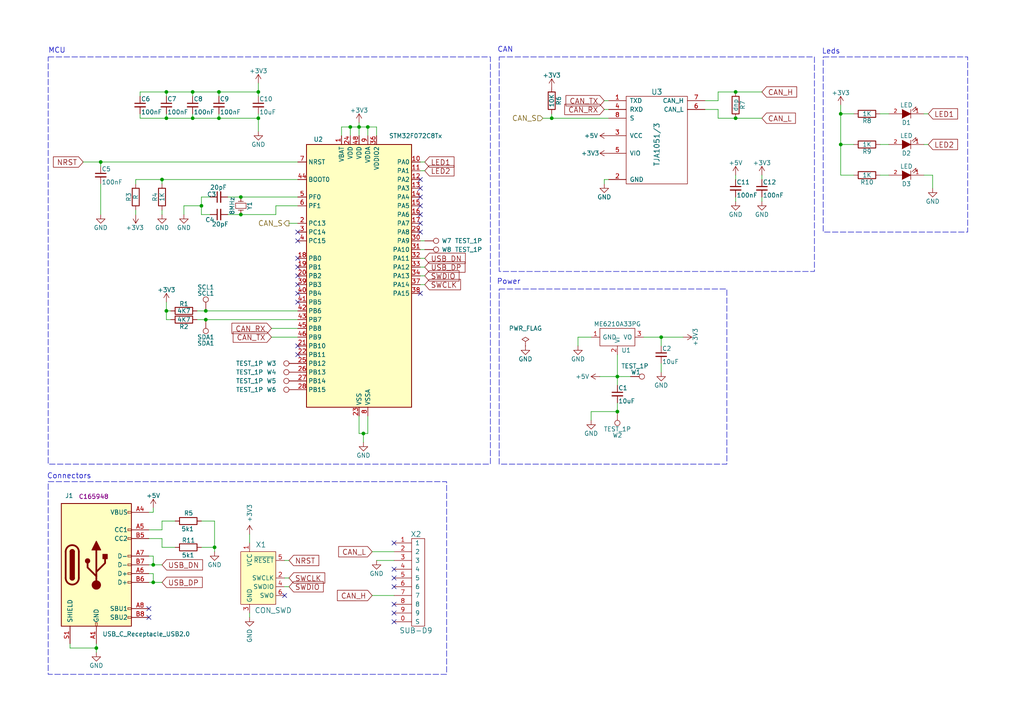
<source format=kicad_sch>
(kicad_sch (version 20250114) (generator "eeschema") (generator_version "9.0")
  (paper "A4")
  (title_block (title "canleLight") (date "2025-10-05") (rev "2"))
  (lib_symbols
    (symbol "+3.3V_10" (power) (pin_names (offset 0))
      (property "Value" "+3.3V" (at 0 3.556 0))
      (symbol "+3.3V_10_1_1"
        (pin power_in line (at 0 0 90) (length 0) (hide yes) (name "+3V3") (number "1"))
      )
    )
    (symbol "+3.3V_11" (power) (pin_names (offset 0))
      (property "Value" "+3.3V" (at 0 3.556 0))
      (symbol "+3.3V_11_1_1"
        (pin power_in line (at 0 0 90) (length 0) (hide yes) (name "+3V3") (number "1"))
      )
    )
    (symbol "+3.3V_12" (power) (pin_names (offset 0))
      (property "Value" "+3.3V" (at 0 3.556 0))
      (symbol "+3.3V_12_1_1"
        (pin power_in line (at 0 0 90) (length 0) (hide yes) (name "+3V3") (number "1"))
      )
    )
    (symbol "+3.3V_9" (power) (pin_names (offset 0))
      (property "Value" "+3.3V" (at 0 3.556 0))
      (symbol "+3.3V_9_1_1"
        (pin power_in line (at 0 0 90) (length 0) (hide yes) (name "+3V3") (number "1"))
      )
    )
    (symbol "+3V3_2" (power) (pin_names (offset 0))
      (property "Value" "+3V3" (at 0 3.556 0))
      (symbol "+3V3_2_1_1"
        (pin power_in line (at 0 0 90) (length 0) (hide yes) (name "+3V3") (number "1"))
      )
    )
    (symbol "+3V3_4" (power) (pin_names (offset 0))
      (property "Value" "+3V3" (at 0 3.556 0))
      (symbol "+3V3_4_1_1"
        (pin power_in line (at 0 0 90) (length 0) (hide yes) (name "+3V3") (number "1"))
      )
    )
    (symbol "+3V3_5" (power) (pin_names (offset 0))
      (property "Value" "+3V3" (at 0 3.556 0))
      (symbol "+3V3_5_1_1"
        (pin power_in line (at 0 0 90) (length 0) (hide yes) (name "+3V3") (number "1"))
      )
    )
    (symbol "+3V3_6" (power) (pin_names (offset 0))
      (property "Value" "+3V3" (at 0 3.556 0))
      (symbol "+3V3_6_1_1"
        (pin power_in line (at 0 0 90) (length 0) (hide yes) (name "+3V3") (number "1"))
      )
    )
    (symbol "+5V_2" (power) (pin_names (offset 0))
      (property "Value" "+5V" (at 0 3.556 0))
      (symbol "+5V_2_1_1"
        (pin power_in line (at 0 0 90) (length 0) (hide yes) (name "+5V") (number "1"))
      )
    )
    (symbol "+5V_3" (power) (pin_names (offset 0))
      (property "Value" "+5V" (at 0 3.556 0))
      (symbol "+5V_3_1_1"
        (pin power_in line (at 0 0 90) (length 0) (hide yes) (name "+5V") (number "1"))
      )
    )
    (symbol "+5V_4" (power) (pin_names (offset 0))
      (property "Value" "+5V" (at 0 3.556 0))
      (symbol "+5V_4_1_1"
        (pin power_in line (at 0 0 90) (length 0) (hide yes) (name "+5V") (number "1"))
      )
    )
    (symbol "C_Small_10" (pin_numbers (hide yes)) (pin_names (offset 0.254) (hide yes))
      (property "Reference" "C" (at 0.254 1.778 0))
      (property "Value" "C_Small" (at 0.254 -2.032 0))
      (symbol "C_Small_10_1_1"
        (pin passive line (at 0 2.54 270) (length 1.905) (name "~") (number "1"))
        (pin passive line (at 0 -2.54 90) (length 2.032) (name "~") (number "2"))
      )
    )
    (symbol "C_Small_11" (pin_numbers (hide yes)) (pin_names (offset 0.254) (hide yes))
      (property "Reference" "C" (at 0.254 1.778 0))
      (property "Value" "C_Small" (at 0.254 -2.032 0))
      (symbol "C_Small_11_1_1"
        (pin passive line (at 0 2.54 270) (length 1.905) (name "~") (number "1"))
        (pin passive line (at 0 -2.54 90) (length 2.032) (name "~") (number "2"))
      )
    )
    (symbol "C_Small_12" (pin_numbers (hide yes)) (pin_names (offset 0.254) (hide yes))
      (property "Reference" "C" (at 0.254 1.778 0))
      (property "Value" "C_Small" (at 0.254 -2.032 0))
      (symbol "C_Small_12_1_1"
        (pin passive line (at 0 2.54 270) (length 1.905) (name "~") (number "1"))
        (pin passive line (at 0 -2.54 90) (length 2.032) (name "~") (number "2"))
      )
    )
    (symbol "C_Small_13" (pin_numbers (hide yes)) (pin_names (offset 0.254) (hide yes))
      (property "Reference" "C" (at 0.254 1.778 0))
      (property "Value" "C_Small" (at 0.254 -2.032 0))
      (symbol "C_Small_13_1_1"
        (pin passive line (at 0 2.54 270) (length 1.905) (name "~") (number "1"))
        (pin passive line (at 0 -2.54 90) (length 2.032) (name "~") (number "2"))
      )
    )
    (symbol "C_Small_14" (pin_numbers (hide yes)) (pin_names (offset 0.254) (hide yes))
      (property "Reference" "C" (at 0.254 1.778 0))
      (property "Value" "C_Small" (at 0.254 -2.032 0))
      (symbol "C_Small_14_1_1"
        (pin passive line (at 0 2.54 270) (length 1.905) (name "~") (number "1"))
        (pin passive line (at 0 -2.54 90) (length 2.032) (name "~") (number "2"))
      )
    )
    (symbol "C_Small_15" (pin_numbers (hide yes)) (pin_names (offset 0.254) (hide yes))
      (property "Reference" "C" (at 0.254 1.778 0))
      (property "Value" "C_Small" (at 0.254 -2.032 0))
      (symbol "C_Small_15_1_1"
        (pin passive line (at 0 2.54 270) (length 1.905) (name "~") (number "1"))
        (pin passive line (at 0 -2.54 90) (length 2.032) (name "~") (number "2"))
      )
    )
    (symbol "C_Small_16" (pin_numbers (hide yes)) (pin_names (offset 0.254) (hide yes))
      (property "Reference" "C" (at 0.254 1.778 0))
      (property "Value" "C_Small" (at 0.254 -2.032 0))
      (symbol "C_Small_16_1_1"
        (pin passive line (at 0 2.54 270) (length 1.905) (name "~") (number "1"))
        (pin passive line (at 0 -2.54 90) (length 2.032) (name "~") (number "2"))
      )
    )
    (symbol "C_Small_3" (pin_numbers (hide yes)) (pin_names (offset 0.254) (hide yes))
      (property "Reference" "C" (at 0.254 1.778 0))
      (property "Value" "C_Small" (at 0.254 -2.032 0))
      (symbol "C_Small_3_1_1"
        (pin passive line (at 0 2.54 270) (length 1.905) (name "~") (number "1"))
        (pin passive line (at 0 -2.54 90) (length 2.032) (name "~") (number "2"))
      )
    )
    (symbol "C_Small_4" (pin_numbers (hide yes)) (pin_names (offset 0.254) (hide yes))
      (property "Reference" "C" (at 0.254 1.778 0))
      (property "Value" "C_Small" (at 0.254 -2.032 0))
      (symbol "C_Small_4_1_1"
        (pin passive line (at 0 2.54 270) (length 1.905) (name "~") (number "1"))
        (pin passive line (at 0 -2.54 90) (length 2.032) (name "~") (number "2"))
      )
    )
    (symbol "C_Small_9" (pin_numbers (hide yes)) (pin_names (offset 0.254) (hide yes))
      (property "Reference" "C" (at 0.254 1.778 0))
      (property "Value" "C_Small" (at 0.254 -2.032 0))
      (symbol "C_Small_9_1_1"
        (pin passive line (at 0 2.54 270) (length 1.905) (name "~") (number "1"))
        (pin passive line (at 0 -2.54 90) (length 2.032) (name "~") (number "2"))
      )
    )
    (symbol "Connector:Conn_ARM_SWD_TagConnect_TC2030-NL" (in_bom no)
      (property "Reference" "X1" (at 0.762 9.652 0))
      (property "Value" "CON_SWD" (at 4.318 -9.398 0))
      (symbol "Conn_ARM_SWD_TagConnect_TC2030-NL_0_0"
        (pin power_in line (at -2.54 10.16 270) (length 2.54) (name "VCC") (number "1"))
        (pin input line (at 7.62 -5.08 180) (length 2.54) (name "SWO") (number "6"))
      )
      (symbol "Conn_ARM_SWD_TagConnect_TC2030-NL_1_0"
        (pin power_in line (at -2.54 -10.16 90) (length 2.54) (name "GND") (number "3"))
        (pin open_collector line (at 7.62 5.08 180) (length 2.54) (name "~{RESET}") (number "5"))
        (pin output line (at 7.62 0 180) (length 2.54) (name "SWCLK") (number "2"))
        (pin bidirectional line (at 7.62 -2.54 180) (length 2.54) (name "SWDIO") (number "4"))
      )
    )
    (symbol "Crystal_Small_2" (pin_numbers (hide yes)) (pin_names (offset 1.016) (hide yes))
      (property "Reference" "Y" (at 0 2.54 0))
      (property "Value" "Crystal_Small" (at 0 -2.54 0))
      (symbol "Crystal_Small_2_1_1"
        (pin passive line (at -2.54 0 0) (length 1.27) (name "1") (number "1"))
        (pin passive line (at 2.54 0 180) (length 1.27) (name "2") (number "2"))
      )
    )
    (symbol "Device:R" (pin_numbers (hide yes)) (pin_names (offset 0))
      (property "Reference" "R" (at 2.032 0 90))
      (property "Value" "R" (at 0 0 90))
      (symbol "R_1_1"
        (pin passive line (at 0 3.81 270) (length 1.27) (name "~") (number "1"))
        (pin passive line (at 0 -3.81 90) (length 1.27) (name "~") (number "2"))
      )
    )
    (symbol "Dummy_FIDUCIAL_Passermarke_Type1_RevE_Date16Nov2011_1" (pin_numbers (hide yes)) (pin_names (offset 0) (hide yes))
      (property "Reference" "FID" (at 0 3.81 0))
      (property "Value" "Dummy_FIDUCIAL_Passermarke_Type1_RevE_Date16Nov2011" (at 0 -3.81 0))
      (symbol "Dummy_FIDUCIAL_Passermarke_Type1_RevE_Date16Nov2011_1_1_1"
        (pin no_connect line (at 0 0 0) (length 0) (name "~") (number "~"))
      )
    )
    (symbol "Dummy_FIDUCIAL_Passermarke_Type1_RevE_Date16Nov2011_2" (pin_numbers (hide yes)) (pin_names (offset 0) (hide yes))
      (property "Reference" "FID" (at 0 3.81 0))
      (property "Value" "Dummy_FIDUCIAL_Passermarke_Type1_RevE_Date16Nov2011" (at 0 -3.81 0))
      (symbol "Dummy_FIDUCIAL_Passermarke_Type1_RevE_Date16Nov2011_2_1_1"
        (pin no_connect line (at 0 0 0) (length 0) (name "~") (number "~"))
      )
    )
    (symbol "Dummy_FIDUCIAL_Passermarke_Type1_RevE_Date16Nov2011_3" (pin_numbers (hide yes)) (pin_names (offset 0) (hide yes))
      (property "Reference" "FID" (at 0 3.81 0))
      (property "Value" "Dummy_FIDUCIAL_Passermarke_Type1_RevE_Date16Nov2011" (at 0 -3.81 0))
      (symbol "Dummy_FIDUCIAL_Passermarke_Type1_RevE_Date16Nov2011_3_1_1"
        (pin no_connect line (at 0 0 0) (length 0) (name "~") (number "~"))
      )
    )
    (symbol "GND_10" (power) (pin_names (offset 0))
      (property "Value" "GND" (at 0 -3.81 0))
      (symbol "GND_10_1_1"
        (pin power_in line (at 0 0 270) (length 0) (hide yes) (name "GND") (number "1"))
      )
    )
    (symbol "GND_11" (power) (pin_names (offset 0))
      (property "Value" "GND" (at 0 -3.81 0))
      (symbol "GND_11_1_1"
        (pin power_in line (at 0 0 270) (length 0) (hide yes) (name "GND") (number "1"))
      )
    )
    (symbol "GND_12" (power) (pin_names (offset 0))
      (property "Value" "GND" (at 0 -3.81 0))
      (symbol "GND_12_1_1"
        (pin power_in line (at 0 0 270) (length 0) (hide yes) (name "GND") (number "1"))
      )
    )
    (symbol "GND_13" (power) (pin_names (offset 0))
      (property "Value" "GND" (at 0 -3.81 0))
      (symbol "GND_13_1_1"
        (pin power_in line (at 0 0 270) (length 0) (hide yes) (name "GND") (number "1"))
      )
    )
    (symbol "GND_14" (power) (pin_names (offset 0))
      (property "Value" "GND" (at 0 -3.81 0))
      (symbol "GND_14_1_1"
        (pin power_in line (at 0 0 270) (length 0) (hide yes) (name "GND") (number "1"))
      )
    )
    (symbol "GND_2" (power) (pin_names (offset 0))
      (property "Value" "GND" (at 0 -3.81 0))
      (symbol "GND_2_1_1"
        (pin power_in line (at 0 0 270) (length 0) (hide yes) (name "GND") (number "1"))
      )
    )
    (symbol "GND_3" (power) (pin_names (offset 0))
      (property "Value" "GND" (at 0 -3.81 0))
      (symbol "GND_3_1_1"
        (pin power_in line (at 0 0 270) (length 0) (hide yes) (name "GND") (number "1"))
      )
    )
    (symbol "GND_4" (power) (pin_names (offset 0))
      (property "Value" "GND" (at 0 -3.81 0))
      (symbol "GND_4_1_1"
        (pin power_in line (at 0 0 270) (length 0) (hide yes) (name "GND") (number "1"))
      )
    )
    (symbol "GND_5" (power) (pin_names (offset 0))
      (property "Value" "GND" (at 0 -3.81 0))
      (symbol "GND_5_1_1"
        (pin power_in line (at 0 0 270) (length 0) (hide yes) (name "GND") (number "1"))
      )
    )
    (symbol "GND_6" (power) (pin_names (offset 0))
      (property "Value" "GND" (at 0 -3.81 0))
      (symbol "GND_6_1_1"
        (pin power_in line (at 0 0 270) (length 0) (hide yes) (name "GND") (number "1"))
      )
    )
    (symbol "GND_7" (power) (pin_names (offset 0))
      (property "Value" "GND" (at 0 -3.81 0))
      (symbol "GND_7_1_1"
        (pin power_in line (at 0 0 270) (length 0) (hide yes) (name "GND") (number "1"))
      )
    )
    (symbol "GND_8" (power) (pin_names (offset 0))
      (property "Value" "GND" (at 0 -3.81 0))
      (symbol "GND_8_1_1"
        (pin power_in line (at 0 0 270) (length 0) (hide yes) (name "GND") (number "1"))
      )
    )
    (symbol "LED_4" (pin_names (offset 1.016) (hide yes))
      (property "Reference" "D" (at 0 2.54 0))
      (property "Value" "LED" (at 0 -2.54 0))
      (symbol "LED_4_1_1"
        (pin passive line (at -5.08 0 0) (length 3.81) (name "K") (number "1"))
        (pin passive line (at 5.08 0 180) (length 3.81) (name "A") (number "2"))
      )
    )
    (symbol "LED_5" (pin_names (offset 1.016) (hide yes))
      (property "Reference" "D" (at 0 2.54 0))
      (property "Value" "LED" (at 0 -2.54 0))
      (symbol "LED_5_1_1"
        (pin passive line (at -5.08 0 0) (length 3.81) (name "K") (number "1"))
        (pin passive line (at 5.08 0 180) (length 3.81) (name "A") (number "2"))
      )
    )
    (symbol "LED_6" (pin_names (offset 1.016) (hide yes))
      (property "Reference" "D" (at 0 2.54 0))
      (property "Value" "LED" (at 0 -2.54 0))
      (symbol "LED_6_1_1"
        (pin passive line (at -5.08 0 0) (length 3.81) (name "K") (number "1"))
        (pin passive line (at 5.08 0 180) (length 3.81) (name "A") (number "2"))
      )
    )
    (symbol "MCP1754ST-3302E/MB_2" (pin_names (offset 0.762))
      (property "Reference" "U1" (at 2.54 -3.81 0))
      (property "Value" "MCP1754ST-3302E/MB" (at 0 3.81 0))
      (symbol "MCP1754ST-3302E/MB_2_1_1"
        (pin power_in line (at -7.62 0 0) (length 2.54) (name "GND") (number "1"))
        (pin power_in line (at 0 -5.08 90) (length 2.54) (name "VI") (number "2"))
        (pin power_out line (at 7.62 0 180) (length 2.54) (name "VO") (number "3"))
      )
    )
    (symbol "MCU_ST_STM32F0:STM32F072C8Tx"
      (property "Reference" "U" (at -15.24 39.37 0))
      (property "Value" "STM32F072C8Tx" (at 7.62 39.37 0))
      (symbol "STM32F072C8Tx_1_1"
        (pin input line (at -17.78 33.02 0) (length 2.54) (name "NRST") (number "7"))
        (pin input line (at -17.78 27.94 0) (length 2.54) (name "BOOT0") (number "44"))
        (pin bidirectional line (at -17.78 22.86 0) (length 2.54) (name "PF0") (number "5"))
        (pin bidirectional line (at -17.78 20.32 0) (length 2.54) (name "PF1") (number "6"))
        (pin bidirectional line (at -17.78 15.24 0) (length 2.54) (name "PC13") (number "2"))
        (pin bidirectional line (at -17.78 12.7 0) (length 2.54) (name "PC14") (number "3"))
        (pin bidirectional line (at -17.78 10.16 0) (length 2.54) (name "PC15") (number "4"))
        (pin bidirectional line (at -17.78 5.08 0) (length 2.54) (name "PB0") (number "18"))
        (pin bidirectional line (at -17.78 2.54 0) (length 2.54) (name "PB1") (number "19"))
        (pin bidirectional line (at -17.78 0 0) (length 2.54) (name "PB2") (number "20"))
        (pin bidirectional line (at -17.78 -2.54 0) (length 2.54) (name "PB3") (number "39"))
        (pin bidirectional line (at -17.78 -5.08 0) (length 2.54) (name "PB4") (number "40"))
        (pin bidirectional line (at -17.78 -7.62 0) (length 2.54) (name "PB5") (number "41"))
        (pin bidirectional line (at -17.78 -10.16 0) (length 2.54) (name "PB6") (number "42"))
        (pin bidirectional line (at -17.78 -12.7 0) (length 2.54) (name "PB7") (number "43"))
        (pin bidirectional line (at -17.78 -15.24 0) (length 2.54) (name "PB8") (number "45"))
        (pin bidirectional line (at -17.78 -17.78 0) (length 2.54) (name "PB9") (number "46"))
        (pin bidirectional line (at -17.78 -20.32 0) (length 2.54) (name "PB10") (number "21"))
        (pin bidirectional line (at -17.78 -22.86 0) (length 2.54) (name "PB11") (number "22"))
        (pin bidirectional line (at -17.78 -25.4 0) (length 2.54) (name "PB12") (number "25"))
        (pin bidirectional line (at -17.78 -27.94 0) (length 2.54) (name "PB13") (number "26"))
        (pin bidirectional line (at -17.78 -30.48 0) (length 2.54) (name "PB14") (number "27"))
        (pin bidirectional line (at -17.78 -33.02 0) (length 2.54) (name "PB15") (number "28"))
        (pin power_in line (at -5.08 40.64 270) (length 2.54) (name "VBAT") (number "1"))
        (pin power_in line (at -2.54 40.64 270) (length 2.54) (name "VDD") (number "24"))
        (pin power_in line (at 0 40.64 270) (length 2.54) (name "VDD") (number "48"))
        (pin power_in line (at 0 -40.64 90) (length 2.54) (name "VSS") (number "23"))
        (pin passive line (at 0 -40.64 90) (length 2.54) (hide yes) (name "VSS") (number "35"))
        (pin passive line (at 0 -40.64 90) (length 2.54) (hide yes) (name "VSS") (number "47"))
        (pin power_in line (at 2.54 40.64 270) (length 2.54) (name "VDDA") (number "9"))
        (pin power_in line (at 2.54 -40.64 90) (length 2.54) (name "VSSA") (number "8"))
        (pin power_in line (at 5.08 40.64 270) (length 2.54) (name "VDDIO2") (number "36"))
        (pin bidirectional line (at 17.78 33.02 180) (length 2.54) (name "PA0") (number "10"))
        (pin bidirectional line (at 17.78 30.48 180) (length 2.54) (name "PA1") (number "11"))
        (pin bidirectional line (at 17.78 27.94 180) (length 2.54) (name "PA2") (number "12"))
        (pin bidirectional line (at 17.78 25.4 180) (length 2.54) (name "PA3") (number "13"))
        (pin bidirectional line (at 17.78 22.86 180) (length 2.54) (name "PA4") (number "14"))
        (pin bidirectional line (at 17.78 20.32 180) (length 2.54) (name "PA5") (number "15"))
        (pin bidirectional line (at 17.78 17.78 180) (length 2.54) (name "PA6") (number "16"))
        (pin bidirectional line (at 17.78 15.24 180) (length 2.54) (name "PA7") (number "17"))
        (pin bidirectional line (at 17.78 12.7 180) (length 2.54) (name "PA8") (number "29"))
        (pin bidirectional line (at 17.78 10.16 180) (length 2.54) (name "PA9") (number "30"))
        (pin bidirectional line (at 17.78 7.62 180) (length 2.54) (name "PA10") (number "31"))
        (pin bidirectional line (at 17.78 5.08 180) (length 2.54) (name "PA11") (number "32"))
        (pin bidirectional line (at 17.78 2.54 180) (length 2.54) (name "PA12") (number "33"))
        (pin bidirectional line (at 17.78 0 180) (length 2.54) (name "PA13") (number "34"))
        (pin bidirectional line (at 17.78 -2.54 180) (length 2.54) (name "PA14") (number "37"))
        (pin bidirectional line (at 17.78 -5.08 180) (length 2.54) (name "PA15") (number "38"))
      )
    )
    (symbol "R_3" (pin_numbers (hide yes)) (pin_names (offset 0))
      (property "Reference" "R" (at 2.032 0 90))
      (property "Value" "R" (at 0 0 90))
      (symbol "R_3_1_1"
        (pin passive line (at 0 3.81 270) (length 1.27) (name "~") (number "1"))
        (pin passive line (at 0 -3.81 90) (length 1.27) (name "~") (number "2"))
      )
    )
    (symbol "R_4" (pin_numbers (hide yes)) (pin_names (offset 0))
      (property "Reference" "R" (at 2.032 0 90))
      (property "Value" "R" (at 0 0 90))
      (symbol "R_4_1_1"
        (pin passive line (at 0 3.81 270) (length 1.27) (name "~") (number "1"))
        (pin passive line (at 0 -3.81 90) (length 1.27) (name "~") (number "2"))
      )
    )
    (symbol "R_5" (pin_numbers (hide yes)) (pin_names (offset 0))
      (property "Reference" "R" (at 2.032 0 90))
      (property "Value" "R" (at 0 0 90))
      (symbol "R_5_1_1"
        (pin passive line (at 0 3.81 270) (length 1.27) (name "~") (number "1"))
        (pin passive line (at 0 -3.81 90) (length 1.27) (name "~") (number "2"))
      )
    )
    (symbol "R_6" (pin_numbers (hide yes)) (pin_names (offset 0))
      (property "Reference" "R" (at 2.032 0 90))
      (property "Value" "R" (at 0 0 90))
      (symbol "R_6_1_1"
        (pin passive line (at 0 3.81 270) (length 1.27) (name "~") (number "1"))
        (pin passive line (at 0 -3.81 90) (length 1.27) (name "~") (number "2"))
      )
    )
    (symbol "R_7" (pin_numbers (hide yes)) (pin_names (offset 0))
      (property "Reference" "R" (at 2.032 0 90))
      (property "Value" "R" (at 0 0 90))
      (symbol "R_7_1_1"
        (pin passive line (at 0 3.81 270) (length 1.27) (name "~") (number "1"))
        (pin passive line (at 0 -3.81 90) (length 1.27) (name "~") (number "2"))
      )
    )
    (symbol "R_8" (pin_numbers (hide yes)) (pin_names (offset 0))
      (property "Reference" "R" (at 2.032 0 90))
      (property "Value" "R" (at 0 0 90))
      (symbol "R_8_1_1"
        (pin passive line (at 0 3.81 270) (length 1.27) (name "~") (number "1"))
        (pin passive line (at 0 -3.81 90) (length 1.27) (name "~") (number "2"))
      )
    )
    (symbol "SUB-D9_2" (pin_names (offset 1.016))
      (property "Reference" "X" (at 0 13.97 0))
      (property "Value" "SUB-D9" (at 0 -13.97 0))
      (symbol "SUB-D9_2_1_1"
        (pin bidirectional line (at -6.35 11.43 0) (length 5.08) (name "1") (number "1"))
        (pin bidirectional line (at -6.35 8.89 0) (length 5.08) (name "2") (number "2"))
        (pin bidirectional line (at -6.35 6.35 0) (length 5.08) (name "3") (number "3"))
        (pin bidirectional line (at -6.35 3.81 0) (length 5.08) (name "4") (number "4"))
        (pin bidirectional line (at -6.35 1.27 0) (length 5.08) (name "5") (number "5"))
        (pin bidirectional line (at -6.35 -1.27 0) (length 5.08) (name "6") (number "6"))
        (pin bidirectional line (at -6.35 -3.81 0) (length 5.08) (name "7") (number "7"))
        (pin bidirectional line (at -6.35 -6.35 0) (length 5.08) (name "8") (number "8"))
        (pin bidirectional line (at -6.35 -8.89 0) (length 5.08) (name "9") (number "9"))
        (pin bidirectional line (at -6.35 -11.43 0) (length 5.08) (name "S") (number "0"))
      )
    )
    (symbol "TEST_1P_10" (pin_numbers (hide yes)) (pin_names (offset 0.762) (hide yes))
      (property "Reference" "W" (at 0 6.858 0))
      (property "Value" "TEST_1P" (at 0 5.08 0))
      (symbol "TEST_1P_10_1_1"
        (pin passive line (at 0 0 90) (length 2.54) (name "1") (number "1"))
      )
    )
    (symbol "TEST_1P_11" (pin_numbers (hide yes)) (pin_names (offset 0.762) (hide yes))
      (property "Reference" "W" (at 0 6.858 0))
      (property "Value" "TEST_1P" (at 0 5.08 0))
      (symbol "TEST_1P_11_1_1"
        (pin passive line (at 0 0 90) (length 2.54) (name "1") (number "1"))
      )
    )
    (symbol "TEST_1P_12" (pin_numbers (hide yes)) (pin_names (offset 0.762) (hide yes))
      (property "Reference" "W" (at 0 6.858 0))
      (property "Value" "TEST_1P" (at 0 5.08 0))
      (symbol "TEST_1P_12_1_1"
        (pin passive line (at 0 0 90) (length 2.54) (name "1") (number "1"))
      )
    )
    (symbol "TEST_1P_13" (pin_numbers (hide yes)) (pin_names (offset 0.762) (hide yes))
      (property "Reference" "W" (at 0 6.858 0))
      (property "Value" "TEST_1P" (at 0 5.08 0))
      (symbol "TEST_1P_13_1_1"
        (pin passive line (at 0 0 90) (length 2.54) (name "1") (number "1"))
      )
    )
    (symbol "TEST_1P_14" (pin_numbers (hide yes)) (pin_names (offset 0.762) (hide yes))
      (property "Reference" "W" (at 0 6.858 0))
      (property "Value" "TEST_1P" (at 0 5.08 0))
      (symbol "TEST_1P_14_1_1"
        (pin passive line (at 0 0 90) (length 2.54) (name "1") (number "1"))
      )
    )
    (symbol "TEST_1P_15" (pin_numbers (hide yes)) (pin_names (offset 0.762) (hide yes))
      (property "Reference" "W" (at 0 6.858 0))
      (property "Value" "TEST_1P" (at 0 5.08 0))
      (symbol "TEST_1P_15_1_1"
        (pin passive line (at 0 0 90) (length 2.54) (name "1") (number "1"))
      )
    )
    (symbol "TEST_1P_16" (pin_numbers (hide yes)) (pin_names (offset 0.762) (hide yes))
      (property "Reference" "W" (at 0 6.858 0))
      (property "Value" "TEST_1P" (at 0 5.08 0))
      (symbol "TEST_1P_16_1_1"
        (pin passive line (at 0 0 90) (length 2.54) (name "1") (number "1"))
      )
    )
    (symbol "TEST_1P_3" (pin_numbers (hide yes)) (pin_names (offset 0.762) (hide yes))
      (property "Reference" "W" (at 0 6.858 0))
      (property "Value" "TEST_1P" (at 0 5.08 0))
      (symbol "TEST_1P_3_1_1"
        (pin passive line (at 0 0 90) (length 2.54) (name "1") (number "1"))
      )
    )
    (symbol "TEST_1P_4" (pin_numbers (hide yes)) (pin_names (offset 0.762) (hide yes))
      (property "Reference" "W" (at 0 6.858 0))
      (property "Value" "TEST_1P" (at 0 5.08 0))
      (symbol "TEST_1P_4_1_1"
        (pin passive line (at 0 0 90) (length 2.54) (name "1") (number "1"))
      )
    )
    (symbol "TEST_1P_9" (pin_numbers (hide yes)) (pin_names (offset 0.762) (hide yes))
      (property "Reference" "W" (at 0 6.858 0))
      (property "Value" "TEST_1P" (at 0 5.08 0))
      (symbol "TEST_1P_9_1_1"
        (pin passive line (at 0 0 90) (length 2.54) (name "1") (number "1"))
      )
    )
    (symbol "TJA1051/3_2" (pin_names (offset 1.016))
      (property "Reference" "U" (at 0 15.24 0))
      (property "Value" "TJA1051/3" (at 0 0 90))
      (symbol "TJA1051/3_2_1_1"
        (pin input line (at -13.97 12.7 0) (length 5.08) (name "TXD") (number "1"))
        (pin output line (at -13.97 10.16 0) (length 5.08) (name "RXD") (number "4"))
        (pin input line (at -13.97 7.62 0) (length 5.08) (name "S") (number "8"))
        (pin input line (at -13.97 2.54 0) (length 5.08) (name "VCC") (number "3"))
        (pin input line (at -13.97 -2.54 0) (length 5.08) (name "VIO") (number "5"))
        (pin input line (at -13.97 -10.16 0) (length 5.08) (name "GND") (number "2"))
        (pin bidirectional line (at 13.97 12.7 180) (length 5.08) (name "CAN_H") (number "7"))
        (pin bidirectional line (at 13.97 10.16 180) (length 5.08) (name "CAN_L") (number "6"))
      )
    )
    (symbol "power:PWR_FLAG" (power) (pin_numbers (hide yes)) (pin_names (offset 0) (hide yes))
      (property "Value" "PWR_FLAG" (at 0 3.81 0))
      (symbol "PWR_FLAG_0_0"
        (pin power_out line (at 0 0 90) (length 0) (name "~") (number "1"))
      )
    )
    (symbol "stm32world:USB_C_Receptacle_USB2.0" (pin_names (offset 1.016))
      (property "Reference" "J" (at -10.16 19.05 0))
      (property "Value" "USB_C_Receptacle_USB2.0" (at 19.05 19.05 0))
      (property "LCSC" "C165948" (at 0 0 0))
      (symbol "USB_C_Receptacle_USB2.0_1_1"
        (pin passive line (at -7.62 -22.86 90) (length 5.08) (name "SHIELD") (number "S1"))
        (pin passive line (at 0 -22.86 90) (length 5.08) (name "GND") (number "A1"))
        (pin passive line (at 0 -22.86 90) (length 5.08) (hide yes) (name "GND") (number "A12"))
        (pin passive line (at 0 -22.86 90) (length 5.08) (hide yes) (name "GND") (number "B1"))
        (pin passive line (at 0 -22.86 90) (length 5.08) (hide yes) (name "GND") (number "B12"))
        (pin passive line (at 15.24 15.24 180) (length 5.08) (name "VBUS") (number "A4"))
        (pin passive line (at 15.24 15.24 180) (length 5.08) (hide yes) (name "VBUS") (number "A9"))
        (pin passive line (at 15.24 15.24 180) (length 5.08) (hide yes) (name "VBUS") (number "B4"))
        (pin passive line (at 15.24 15.24 180) (length 5.08) (hide yes) (name "VBUS") (number "B9"))
        (pin bidirectional line (at 15.24 10.16 180) (length 5.08) (name "CC1") (number "A5"))
        (pin bidirectional line (at 15.24 7.62 180) (length 5.08) (name "CC2") (number "B5"))
        (pin bidirectional line (at 15.24 2.54 180) (length 5.08) (name "D-") (number "A7"))
        (pin bidirectional line (at 15.24 0 180) (length 5.08) (name "D-") (number "B7"))
        (pin bidirectional line (at 15.24 -2.54 180) (length 5.08) (name "D+") (number "A6"))
        (pin bidirectional line (at 15.24 -5.08 180) (length 5.08) (name "D+") (number "B6"))
        (pin bidirectional line (at 15.24 -12.7 180) (length 5.08) (name "SBU1") (number "A8"))
        (pin bidirectional line (at 15.24 -15.24 180) (length 5.08) (name "SBU2") (number "B8"))
      )
    )
  )
  (rectangle (start 13.97 139.7) (end 129.54 195.58) (stroke (width 0) (type dash)))
  (rectangle (start 144.78 16.51) (end 236.22 78.74) (stroke (width 0) (type dash)))
  (rectangle (start 13.97 16.51) (end 142.24 134.62) (stroke (width 0) (type dash)))
  (rectangle (start 144.78 83.82) (end 210.82 134.62) (stroke (width 0) (type dash)))
  (rectangle (start 238.76 16.51) (end 280.67 67.31) (stroke (width 0) (type dash)))
  (text "MCU" (at 16.51 14.732 0) (effects (font (size 1.524 1.524))))
  (text "Leds" (at 241.046 14.986 0) (effects (font (size 1.524 1.524))))
  (text "Connectors" (at 20.066 138.176 0) (effects (font (size 1.524 1.524))))
  (text "Power" (at 147.574 81.788 0) (effects (font (size 1.524 1.524))))
  (text "CAN" (at 146.558 14.478 0) (effects (font (size 1.524 1.524))))
  (junction (at 243.84 33.02))
  (junction (at 44.45 163.83))
  (junction (at 55.88 34.29))
  (junction (at 48.26 26.67))
  (junction (at 101.6 36.83))
  (junction (at 63.5 34.29))
  (junction (at 59.69 90.17))
  (junction (at 179.07 109.22))
  (junction (at 55.88 26.67))
  (junction (at 213.36 34.29))
  (junction (at 63.5 26.67))
  (junction (at 74.93 26.67))
  (junction (at 191.77 97.79))
  (junction (at 74.93 34.29))
  (junction (at 160.02 34.29))
  (junction (at 213.36 26.67))
  (junction (at 27.94 187.96))
  (junction (at 48.26 34.29))
  (junction (at 105.41 125.73))
  (junction (at 48.26 90.17))
  (junction (at 46.99 52.07))
  (junction (at 59.69 92.71))
  (junction (at 58.42 59.69))
  (junction (at 69.85 62.23))
  (junction (at 104.14 36.83))
  (junction (at 69.85 57.15))
  (junction (at 44.45 168.91))
  (junction (at 62.23 158.75))
  (junction (at 179.07 119.38))
  (junction (at 29.21 46.99))
  (junction (at 243.84 41.91))
  (junction (at 106.68 36.83))
  (no_connect (at 114.3 167.64))
  (no_connect (at 86.36 85.09))
  (no_connect (at 86.36 80.01))
  (no_connect (at 86.36 82.55))
  (no_connect (at 121.92 54.61))
  (no_connect (at 114.3 180.34))
  (no_connect (at 86.36 77.47))
  (no_connect (at 86.36 87.63))
  (no_connect (at 43.18 176.53))
  (no_connect (at 121.92 52.07))
  (no_connect (at 43.18 179.07))
  (no_connect (at 121.92 85.09))
  (no_connect (at 86.36 102.87))
  (no_connect (at 86.36 74.93))
  (no_connect (at 121.92 57.15))
  (no_connect (at 121.92 64.77))
  (no_connect (at 86.36 67.31))
  (no_connect (at 114.3 165.1))
  (no_connect (at 86.36 69.85))
  (no_connect (at 114.3 157.48))
  (no_connect (at 121.92 59.69))
  (no_connect (at 121.92 67.31))
  (no_connect (at 114.3 170.18))
  (no_connect (at 82.55 172.72))
  (no_connect (at 121.92 62.23))
  (no_connect (at 114.3 175.26))
  (no_connect (at 114.3 177.8))
  (no_connect (at 86.36 100.33))
  (wire (pts (xy 44.45 147.32) (xy 44.45 148.59)))
  (wire (pts (xy 83.82 162.56) (xy 82.55 162.56)))
  (wire (pts (xy 182.88 109.22) (xy 179.07 109.22)))
  (wire (pts (xy 48.26 34.29) (xy 55.88 34.29)))
  (wire (pts (xy 107.95 172.72) (xy 114.3 172.72)))
  (wire (pts (xy 243.84 33.02) (xy 243.84 41.91)))
  (wire (pts (xy 63.5 26.67) (xy 74.93 26.67)))
  (wire (pts (xy 106.68 36.83) (xy 109.22 36.83)))
  (wire (pts (xy 69.85 57.15) (xy 66.04 57.15)))
  (wire (pts (xy 101.6 36.83) (xy 101.6 39.37)))
  (wire (pts (xy 29.21 46.99) (xy 29.21 48.26)))
  (wire (pts (xy 53.34 59.69) (xy 53.34 62.23)))
  (wire (pts (xy 213.36 34.29) (xy 220.98 34.29)))
  (wire (pts (xy 72.39 154.94) (xy 72.39 157.48)))
  (wire (pts (xy 80.01 59.69) (xy 86.36 59.69)))
  (wire (pts (xy 160.02 33.02) (xy 160.02 34.29)))
  (wire (pts (xy 191.77 100.33) (xy 191.77 97.79)))
  (wire (pts (xy 40.64 26.67) (xy 48.26 26.67)))
  (wire (pts (xy 44.45 163.83) (xy 44.45 161.29)))
  (wire (pts (xy 44.45 148.59) (xy 43.18 148.59)))
  (wire (pts (xy 179.07 102.87) (xy 179.07 109.22)))
  (wire (pts (xy 123.19 72.39) (xy 121.92 72.39)))
  (wire (pts (xy 270.51 50.8) (xy 270.51 54.61)))
  (wire (pts (xy 105.41 125.73) (xy 106.68 125.73)))
  (wire (pts (xy 121.92 46.99) (xy 123.19 46.99)))
  (wire (pts (xy 69.85 62.23) (xy 80.01 62.23)))
  (wire (pts (xy 105.41 128.27) (xy 105.41 125.73)))
  (wire (pts (xy 243.84 33.02) (xy 247.65 33.02)))
  (wire (pts (xy 191.77 107.95) (xy 191.77 105.41)))
  (wire (pts (xy 62.23 158.75) (xy 62.23 160.02)))
  (wire (pts (xy 74.93 34.29) (xy 74.93 33.02)))
  (wire (pts (xy 59.69 92.71) (xy 86.36 92.71)))
  (wire (pts (xy 86.36 95.25) (xy 78.74 95.25)))
  (wire (pts (xy 104.14 125.73) (xy 105.41 125.73)))
  (wire (pts (xy 27.94 187.96) (xy 27.94 189.23)))
  (wire (pts (xy 46.99 158.75) (xy 46.99 156.21)))
  (wire (pts (xy 57.15 92.71) (xy 59.69 92.71)))
  (wire (pts (xy 104.14 36.83) (xy 106.68 36.83)))
  (wire (pts (xy 107.95 160.02) (xy 114.3 160.02)))
  (wire (pts (xy 176.53 34.29) (xy 160.02 34.29)))
  (wire (pts (xy 40.64 33.02) (xy 40.64 34.29)))
  (wire (pts (xy 55.88 26.67) (xy 63.5 26.67)))
  (wire (pts (xy 46.99 62.23) (xy 46.99 60.96)))
  (wire (pts (xy 104.14 36.83) (xy 104.14 35.56)))
  (wire (pts (xy 171.45 119.38) (xy 179.07 119.38)))
  (wire (pts (xy 109.22 36.83) (xy 109.22 39.37)))
  (wire (pts (xy 86.36 64.77) (xy 83.82 64.77)))
  (wire (pts (xy 208.28 31.75) (xy 208.28 34.29)))
  (wire (pts (xy 46.99 156.21) (xy 43.18 156.21)))
  (wire (pts (xy 191.77 97.79) (xy 198.12 97.79)))
  (wire (pts (xy 48.26 87.63) (xy 48.26 90.17)))
  (wire (pts (xy 58.42 59.69) (xy 58.42 62.23)))
  (wire (pts (xy 62.23 151.13) (xy 58.42 151.13)))
  (wire (pts (xy 44.45 166.37) (xy 43.18 166.37)))
  (wire (pts (xy 175.26 52.07) (xy 176.53 52.07)))
  (wire (pts (xy 74.93 26.67) (xy 74.93 27.94)))
  (wire (pts (xy 99.06 36.83) (xy 101.6 36.83)))
  (wire (pts (xy 48.26 26.67) (xy 48.26 27.94)))
  (wire (pts (xy 243.84 30.48) (xy 243.84 33.02)))
  (wire (pts (xy 55.88 33.02) (xy 55.88 34.29)))
  (wire (pts (xy 220.98 58.42) (xy 220.98 57.15)))
  (wire (pts (xy 57.15 90.17) (xy 59.69 90.17)))
  (wire (pts (xy 48.26 92.71) (xy 49.53 92.71)))
  (wire (pts (xy 121.92 82.55) (xy 123.19 82.55)))
  (wire (pts (xy 255.27 33.02) (xy 257.81 33.02)))
  (wire (pts (xy 104.14 120.65) (xy 104.14 125.73)))
  (wire (pts (xy 58.42 57.15) (xy 60.96 57.15)))
  (wire (pts (xy 46.99 151.13) (xy 50.8 151.13)))
  (wire (pts (xy 72.39 179.07) (xy 72.39 177.8)))
  (wire (pts (xy 63.5 26.67) (xy 63.5 27.94)))
  (wire (pts (xy 55.88 26.67) (xy 55.88 27.94)))
  (wire (pts (xy 186.69 97.79) (xy 191.77 97.79)))
  (wire (pts (xy 43.18 168.91) (xy 44.45 168.91)))
  (wire (pts (xy 167.64 100.33) (xy 167.64 97.79)))
  (wire (pts (xy 123.19 69.85) (xy 121.92 69.85)))
  (wire (pts (xy 121.92 49.53) (xy 123.19 49.53)))
  (wire (pts (xy 175.26 52.07) (xy 175.26 53.34)))
  (wire (pts (xy 106.68 39.37) (xy 106.68 36.83)))
  (wire (pts (xy 243.84 41.91) (xy 243.84 50.8)))
  (wire (pts (xy 39.37 60.96) (xy 39.37 62.23)))
  (wire (pts (xy 58.42 62.23) (xy 60.96 62.23)))
  (wire (pts (xy 104.14 39.37) (xy 104.14 36.83)))
  (wire (pts (xy 27.94 187.96) (xy 20.32 187.96)))
  (wire (pts (xy 53.34 59.69) (xy 58.42 59.69)))
  (wire (pts (xy 48.26 26.67) (xy 55.88 26.67)))
  (wire (pts (xy 106.68 125.73) (xy 106.68 120.65)))
  (wire (pts (xy 27.94 186.69) (xy 27.94 187.96)))
  (wire (pts (xy 46.99 158.75) (xy 50.8 158.75)))
  (wire (pts (xy 179.07 116.84) (xy 179.07 119.38)))
  (wire (pts (xy 121.92 80.01) (xy 123.19 80.01)))
  (wire (pts (xy 59.69 90.17) (xy 86.36 90.17)))
  (wire (pts (xy 255.27 50.8) (xy 257.81 50.8)))
  (wire (pts (xy 213.36 26.67) (xy 220.98 26.67)))
  (wire (pts (xy 255.27 41.91) (xy 257.81 41.91)))
  (wire (pts (xy 208.28 29.21) (xy 208.28 26.67)))
  (wire (pts (xy 39.37 53.34) (xy 39.37 52.07)))
  (wire (pts (xy 208.28 26.67) (xy 213.36 26.67)))
  (wire (pts (xy 243.84 41.91) (xy 247.65 41.91)))
  (wire (pts (xy 62.23 151.13) (xy 62.23 158.75)))
  (wire (pts (xy 121.92 74.93) (xy 123.19 74.93)))
  (wire (pts (xy 63.5 33.02) (xy 63.5 34.29)))
  (wire (pts (xy 58.42 158.75) (xy 62.23 158.75)))
  (wire (pts (xy 99.06 39.37) (xy 99.06 36.83)))
  (wire (pts (xy 101.6 36.83) (xy 104.14 36.83)))
  (wire (pts (xy 83.82 170.18) (xy 82.55 170.18)))
  (wire (pts (xy 175.26 29.21) (xy 176.53 29.21)))
  (wire (pts (xy 46.99 52.07) (xy 86.36 52.07)))
  (wire (pts (xy 160.02 34.29) (xy 157.48 34.29)))
  (wire (pts (xy 171.45 119.38) (xy 171.45 121.92)))
  (wire (pts (xy 55.88 34.29) (xy 63.5 34.29)))
  (wire (pts (xy 44.45 168.91) (xy 44.45 166.37)))
  (wire (pts (xy 29.21 62.23) (xy 29.21 53.34)))
  (wire (pts (xy 74.93 38.1) (xy 74.93 34.29)))
  (wire (pts (xy 44.45 161.29) (xy 43.18 161.29)))
  (wire (pts (xy 69.85 57.15) (xy 86.36 57.15)))
  (wire (pts (xy 46.99 52.07) (xy 46.99 53.34)))
  (wire (pts (xy 48.26 90.17) (xy 49.53 90.17)))
  (wire (pts (xy 63.5 34.29) (xy 74.93 34.29)))
  (wire (pts (xy 204.47 31.75) (xy 208.28 31.75)))
  (wire (pts (xy 46.99 151.13) (xy 46.99 153.67)))
  (wire (pts (xy 269.24 33.02) (xy 267.97 33.02)))
  (wire (pts (xy 167.64 97.79) (xy 171.45 97.79)))
  (wire (pts (xy 40.64 27.94) (xy 40.64 26.67)))
  (wire (pts (xy 121.92 77.47) (xy 123.19 77.47)))
  (wire (pts (xy 86.36 97.79) (xy 78.74 97.79)))
  (wire (pts (xy 74.93 24.13) (xy 74.93 26.67)))
  (wire (pts (xy 213.36 50.8) (xy 213.36 52.07)))
  (wire (pts (xy 80.01 62.23) (xy 80.01 59.69)))
  (wire (pts (xy 179.07 111.76) (xy 179.07 109.22)))
  (wire (pts (xy 83.82 167.64) (xy 82.55 167.64)))
  (wire (pts (xy 69.85 62.23) (xy 66.04 62.23)))
  (wire (pts (xy 43.18 163.83) (xy 44.45 163.83)))
  (wire (pts (xy 220.98 50.8) (xy 220.98 52.07)))
  (wire (pts (xy 46.99 153.67) (xy 43.18 153.67)))
  (wire (pts (xy 267.97 50.8) (xy 270.51 50.8)))
  (wire (pts (xy 269.24 41.91) (xy 267.97 41.91)))
  (wire (pts (xy 58.42 57.15) (xy 58.42 59.69)))
  (wire (pts (xy 213.36 58.42) (xy 213.36 57.15)))
  (wire (pts (xy 39.37 52.07) (xy 46.99 52.07)))
  (wire (pts (xy 243.84 50.8) (xy 247.65 50.8)))
  (wire (pts (xy 208.28 34.29) (xy 213.36 34.29)))
  (wire (pts (xy 46.99 163.83) (xy 44.45 163.83)))
  (wire (pts (xy 46.99 168.91) (xy 44.45 168.91)))
  (wire (pts (xy 109.22 162.56) (xy 114.3 162.56)))
  (wire (pts (xy 48.26 33.02) (xy 48.26 34.29)))
  (wire (pts (xy 29.21 46.99) (xy 86.36 46.99)))
  (wire (pts (xy 173.99 109.22) (xy 179.07 109.22)))
  (wire (pts (xy 40.64 34.29) (xy 48.26 34.29)))
  (wire (pts (xy 20.32 186.69) (xy 20.32 187.96)))
  (wire (pts (xy 204.47 29.21) (xy 208.28 29.21)))
  (wire (pts (xy 175.26 31.75) (xy 176.53 31.75)))
  (wire (pts (xy 24.13 46.99) (xy 29.21 46.99)))
  (wire (pts (xy 48.26 90.17) (xy 48.26 92.71)))
  (global_label "USB_DN" (shape input) (at 123.19 74.93 0) (effects (font (size 1.524 1.524))) (property "Intersheetrefs" "${INTERSHEET_REFS}" (effects (hide yes))))
  (global_label "SWDIO" (shape input) (at 123.19 80.01 0) (effects (font (size 1.524 1.524))) (property "Intersheetrefs" "${INTERSHEET_REFS}" (effects (hide yes))))
  (global_label "USB_DP" (shape input) (at 46.99 168.91 0) (effects (font (size 1.524 1.524))) (property "Intersheetrefs" "${INTERSHEET_REFS}" (effects (hide yes))))
  (global_label "CAN_TX" (shape input) (at 175.26 29.21 180) (effects (font (size 1.524 1.524))) (property "Intersheetrefs" "${INTERSHEET_REFS}" (effects (hide yes))))
  (global_label "CAN_RX" (shape input) (at 175.26 31.75 180) (effects (font (size 1.524 1.524))) (property "Intersheetrefs" "${INTERSHEET_REFS}" (effects (hide yes))))
  (global_label "SWCLK" (shape input) (at 123.19 82.55 0) (effects (font (size 1.524 1.524))) (property "Intersheetrefs" "${INTERSHEET_REFS}" (effects (hide yes))))
  (global_label "CAN_L" (shape input) (at 107.95 160.02 180) (effects (font (size 1.524 1.524))) (property "Intersheetrefs" "${INTERSHEET_REFS}" (effects (hide yes))))
  (global_label "LED2" (shape input) (at 123.19 49.53 0) (effects (font (size 1.524 1.524))) (property "Intersheetrefs" "${INTERSHEET_REFS}" (effects (hide yes))))
  (global_label "USB_DN" (shape input) (at 46.99 163.83 0) (effects (font (size 1.524 1.524))) (property "Intersheetrefs" "${INTERSHEET_REFS}" (effects (hide yes))))
  (global_label "LED1" (shape input) (at 269.24 33.02 0) (effects (font (size 1.524 1.524))) (property "Intersheetrefs" "${INTERSHEET_REFS}" (effects (hide yes))))
  (global_label "NRST" (shape input) (at 24.13 46.99 180) (effects (font (size 1.524 1.524))) (property "Intersheetrefs" "${INTERSHEET_REFS}" (effects (hide yes))))
  (global_label "SWCLK" (shape input) (at 83.82 167.64 0) (effects (font (size 1.524 1.524))) (property "Intersheetrefs" "${INTERSHEET_REFS}" (effects (hide yes))))
  (global_label "SWDIO" (shape input) (at 83.82 170.18 0) (effects (font (size 1.524 1.524))) (property "Intersheetrefs" "${INTERSHEET_REFS}" (effects (hide yes))))
  (global_label "CAN_H" (shape input) (at 107.95 172.72 180) (effects (font (size 1.524 1.524))) (property "Intersheetrefs" "${INTERSHEET_REFS}" (effects (hide yes))))
  (global_label "LED2" (shape input) (at 269.24 41.91 0) (effects (font (size 1.524 1.524))) (property "Intersheetrefs" "${INTERSHEET_REFS}" (effects (hide yes))))
  (global_label "USB_DP" (shape input) (at 123.19 77.47 0) (effects (font (size 1.524 1.524))) (property "Intersheetrefs" "${INTERSHEET_REFS}" (effects (hide yes))))
  (global_label "CAN_H" (shape input) (at 220.98 26.67 0) (effects (font (size 1.524 1.524))) (property "Intersheetrefs" "${INTERSHEET_REFS}" (effects (hide yes))))
  (global_label "CAN_TX" (shape input) (at 78.74 97.79 180) (effects (font (size 1.524 1.524))) (property "Intersheetrefs" "${INTERSHEET_REFS}" (effects (hide yes))))
  (global_label "CAN_RX" (shape input) (at 78.74 95.25 180) (effects (font (size 1.524 1.524))) (property "Intersheetrefs" "${INTERSHEET_REFS}" (effects (hide yes))))
  (global_label "NRST" (shape input) (at 83.82 162.56 0) (effects (font (size 1.524 1.524))) (property "Intersheetrefs" "${INTERSHEET_REFS}" (effects (hide yes))))
  (global_label "CAN_L" (shape input) (at 220.98 34.29 0) (effects (font (size 1.524 1.524))) (property "Intersheetrefs" "${INTERSHEET_REFS}" (effects (hide yes))))
  (global_label "LED1" (shape input) (at 123.19 46.99 0) (effects (font (size 1.524 1.524))) (property "Intersheetrefs" "${INTERSHEET_REFS}" (effects (hide yes))))
  (hierarchical_label "CAN_S" (shape input) (at 157.48 34.29 180) (effects (font (size 1.524 1.524))))
  (hierarchical_label "CAN_S" (shape output) (at 83.82 64.77 180) (effects (font (size 1.524 1.524))))
  (symbol (lib_name "GND_4") (lib_id "candleLight-rescue:GND") (at 152.4 100.33 0) (unit 1)
    (property "Reference" "#PWR016" (effects (hide yes)))
    (property "Value" "GND" (at 152.4 104.14 0))
  )
  (symbol (lib_name "LED_5") (lib_id "candleLight-rescue:LED") (at 262.89 33.02 180) (unit 1)
    (property "Reference" "D1" (at 262.89 35.56 0))
    (property "Value" "LED" (at 262.89 30.48 0))
    (property "Footprint" "LED_SMD:LED_0603_1608Metric" (effects (hide yes)))
    (property "MPN" "C2290" (effects (hide yes)))
  )
  (symbol (lib_name "GND_14") (lib_id "candleLight-rescue:GND") (at 74.93 38.1 0) (unit 1)
    (property "Reference" "#PWR012" (effects (hide yes)))
    (property "Value" "GND" (at 74.93 41.91 0))
  )
  (symbol (lib_name "TEST_1P_15") (lib_id "candleLight-rescue:TEST_1P") (at 59.69 90.17 0) (unit 1)
    (property "Reference" "SCL1" (at 59.69 83.312 0))
    (property "Value" "SCL1" (at 59.69 85.09 0))
    (property "Footprint" "Measurement_Points:Measurement_Point_Round-SMD-Pad_Small" (effects (hide yes)))
  )
  (symbol (lib_id "stm32world:USB_C_Receptacle_USB2.0") (at 27.94 163.83 0) (unit 1)
    (property "Reference" "J1" (at 20.066 143.764 0))
    (property "Value" "USB_C_Receptacle_USB2.0" (at 42.418 183.896 0))
    (property "Footprint" "stm32world:USB_C_Receptacle_HRO_TYPE-C-31-M-12" (effects (hide yes)))
    (property "LCSC" "C165948" (at 27.178 144.018 0))
  )
  (symbol (lib_name "GND_5") (lib_id "candleLight-rescue:GND") (at 213.36 58.42 0) (unit 1)
    (property "Reference" "#PWR025" (effects (hide yes)))
    (property "Value" "GND" (at 213.36 62.23 0))
  )
  (symbol (lib_name "+3V3_6") (lib_id "candleLight-rescue:+3V3") (at 220.98 50.8 0) (unit 1)
    (property "Reference" "#PWR027" (effects (hide yes)))
    (property "Value" "+3V3" (at 220.98 47.244 0))
  )
  (symbol (lib_name "R_4") (lib_id "candleLight-rescue:R") (at 160.02 29.21 0) (unit 1)
    (property "Reference" "R6" (at 162.052 29.21 90))
    (property "Value" "10K" (at 160.02 29.21 90))
    (property "Footprint" "Resistor_SMD:R_0603_1608Metric" (effects (hide yes)))
    (property "MPN" "C25804" (effects (hide yes)))
  )
  (symbol (lib_name "TEST_1P_13") (lib_id "candleLight-rescue:TEST_1P") (at 86.36 110.49 90) (unit 1)
    (property "Reference" "W5" (at 78.74 110.49 90))
    (property "Value" "TEST_1P" (at 72.39 110.49 90))
    (property "Footprint" "Measurement_Points:Measurement_Point_Round-SMD-Pad_Small" (effects (hide yes)))
  )
  (symbol (lib_name "C_Small_14") (lib_id "candleLight-rescue:C_Small") (at 55.88 30.48 0) (unit 1)
    (property "Reference" "C8" (at 56.134 28.702 0) (effects (justify left)))
    (property "Value" "100nF" (at 56.134 32.512 0) (effects (justify left)))
    (property "Footprint" "Capacitor_SMD:C_0603_1608Metric" (effects (hide yes)))
    (property "MPN" "C14663" (effects (hide yes)))
  )
  (symbol (lib_name "TEST_1P_16") (lib_id "candleLight-rescue:TEST_1P") (at 59.69 92.71 180) (unit 1)
    (property "Reference" "SDA1" (at 59.69 99.568 0))
    (property "Value" "SDA1" (at 59.69 97.79 0))
    (property "Footprint" "Measurement_Points:Measurement_Point_Round-SMD-Pad_Small" (effects (hide yes)))
  )
  (symbol (lib_name "C_Small_3") (lib_id "candleLight-rescue:C_Small") (at 191.77 102.87 0) (unit 1)
    (property "Reference" "C2" (at 192.024 101.092 0) (effects (justify left)))
    (property "Value" "10uF" (at 192.024 104.902 0) (effects (justify left)))
    (property "Footprint" "Capacitor_SMD:C_0805_2012Metric" (effects (hide yes)))
    (property "MPN" "C440198" (effects (hide yes)))
  )
  (symbol (lib_name "GND_7") (lib_id "candleLight-rescue:GND") (at 62.23 160.02 0) (unit 1)
    (property "Reference" "#PWR08" (effects (hide yes)))
    (property "Value" "GND" (at 62.23 163.83 0))
  )
  (symbol (lib_name "R_4") (lib_id "candleLight-rescue:R") (at 251.46 33.02 270) (unit 1)
    (property "Reference" "R8" (at 251.46 35.052 90))
    (property "Value" "1K" (at 251.46 33.02 90))
    (property "Footprint" "Resistor_SMD:R_0603_1608Metric" (effects (hide yes)))
    (property "MPN" "C21190" (effects (hide yes)))
  )
  (symbol (lib_name "TEST_1P_11") (lib_id "candleLight-rescue:TEST_1P") (at 86.36 105.41 90) (unit 1)
    (property "Reference" "W3" (at 78.74 105.41 90))
    (property "Value" "TEST_1P" (at 72.39 105.41 90))
    (property "Footprint" "Measurement_Points:Measurement_Point_Round-SMD-Pad_Small" (effects (hide yes)))
  )
  (symbol (lib_name "+3.3V_11") (lib_id "candleLight-rescue:+3.3V") (at 48.26 87.63 0) (unit 1)
    (property "Reference" "#PWR06" (effects (hide yes)))
    (property "Value" "+3V3" (at 48.26 84.074 0))
  )
  (symbol (lib_name "R_3") (lib_id "candleLight-rescue:R") (at 213.36 30.48 0) (unit 1)
    (property "Reference" "R7" (at 215.392 30.48 90))
    (property "Value" "dnp" (at 213.36 30.48 90))
    (property "Footprint" "Resistor_SMD:R_0805_2012Metric" (effects (hide yes)))
  )
  (symbol (lib_name "+3V3_2") (lib_id "candleLight-rescue:+3V3") (at 198.12 97.79 270) (unit 1)
    (property "Reference" "#PWR029" (effects (hide yes)))
    (property "Value" "+3V3" (at 201.676 97.79 0))
  )
  (symbol (lib_name "GND_2") (lib_id "candleLight-rescue:GND") (at 270.51 54.61 0) (unit 1)
    (property "Reference" "#PWR031" (effects (hide yes)))
    (property "Value" "GND" (at 270.51 58.42 0))
  )
  (symbol (lib_name "R_5") (lib_id "candleLight-rescue:R") (at 39.37 57.15 180) (unit 1)
    (property "Reference" "R3" (at 37.338 57.15 90))
    (property "Value" "R" (at 39.37 57.15 90))
    (property "Footprint" "Resistor_SMD:R_0805_2012Metric" (effects (hide yes)))
  )
  (symbol (lib_id "power:PWR_FLAG") (at 152.4 100.33 0) (unit 1)
    (property "Reference" "#FLG01" (effects (hide yes)))
    (property "Value" "PWR_FLAG" (at 152.4 95.25 0))
    (property "Description" "Special symbol for telling ERC where power comes from" (effects (hide yes)))
  )
  (symbol (lib_name "C_Small_15") (lib_id "candleLight-rescue:C_Small") (at 48.26 30.48 0) (unit 1)
    (property "Reference" "C7" (at 48.514 28.702 0) (effects (justify left)))
    (property "Value" "100nF" (at 48.514 32.512 0) (effects (justify left)))
    (property "Footprint" "Capacitor_SMD:C_0603_1608Metric" (effects (hide yes)))
    (property "MPN" "C14663" (effects (hide yes)))
  )
  (symbol (lib_name "+3V3_2") (lib_id "candleLight-rescue:+3V3") (at 72.39 154.94 0) (unit 1)
    (property "Reference" "#PWR09" (effects (hide yes)))
    (property "Value" "+3V3" (at 72.39 148.844 90))
  )
  (symbol (lib_name "R_8") (lib_id "candleLight-rescue:R") (at 53.34 92.71 270) (unit 1)
    (property "Reference" "R2" (at 53.34 94.742 90))
    (property "Value" "4K7" (at 53.34 92.71 90))
    (property "Footprint" "Resistor_SMD:R_0603_1608Metric" (effects (hide yes)))
    (property "MPN" "C23162" (effects (hide yes)))
  )
  (symbol (lib_name "+3.3V_9") (lib_id "candleLight-rescue:+3.3V") (at 39.37 62.23 180) (unit 1)
    (property "Reference" "#PWR03" (effects (hide yes)))
    (property "Value" "+3V3" (at 39.116 66.04 0))
  )
  (symbol (lib_name "C_Small_4") (lib_id "candleLight-rescue:C_Small") (at 220.98 54.61 0) (unit 1)
    (property "Reference" "C12" (at 221.234 52.832 0) (effects (justify left)))
    (property "Value" "100nF" (at 221.234 56.642 0) (effects (justify left)))
    (property "Footprint" "Capacitor_SMD:C_0603_1608Metric" (effects (hide yes)))
    (property "MPN" "C14663" (effects (hide yes)))
  )
  (symbol (lib_name "C_Small_3") (lib_id "candleLight-rescue:C_Small") (at 213.36 54.61 0) (unit 1)
    (property "Reference" "C11" (at 213.614 52.832 0) (effects (justify left)))
    (property "Value" "100nF" (at 213.614 56.642 0) (effects (justify left)))
    (property "Footprint" "Capacitor_SMD:C_0603_1608Metric" (effects (hide yes)))
    (property "MPN" "C14663" (effects (hide yes)))
  )
  (symbol (lib_id "Device:R") (at 54.61 158.75 90) (unit 1)
    (property "Reference" "R11" (at 56.642 156.718 90) (effects (justify left)))
    (property "Value" "5k1" (at 56.388 161.036 90) (effects (justify left)))
    (property "Footprint" "Resistor_SMD:R_0603_1608Metric" (effects (hide yes)))
    (property "Description" "Resistor" (effects (hide yes)))
  )
  (symbol (lib_name "TEST_1P_9") (lib_id "candleLight-rescue:TEST_1P") (at 123.19 69.85 270) (unit 1)
    (property "Reference" "W7" (at 129.54 69.85 90))
    (property "Value" "TEST_1P" (at 135.89 69.85 90))
    (property "Footprint" "Measurement_Points:Measurement_Point_Round-SMD-Pad_Small" (effects (hide yes)))
  )
  (symbol (lib_name "GND_3") (lib_id "candleLight-rescue:GND") (at 191.77 107.95 0) (unit 1)
    (property "Reference" "#PWR026" (effects (hide yes)))
    (property "Value" "GND" (at 191.77 111.76 0))
  )
  (symbol (lib_name "LED_4") (lib_id "candleLight-rescue:LED") (at 262.89 50.8 180) (unit 1)
    (property "Reference" "D3" (at 262.89 53.34 0))
    (property "Value" "LED" (at 262.89 48.26 0))
    (property "Footprint" "LED_SMD:LED_0603_1608Metric" (effects (hide yes)))
    (property "MPN" "C2286" (effects (hide yes)))
  )
  (symbol (lib_name "+3V3_5") (lib_id "candleLight-rescue:+3V3") (at 176.53 44.45 90) (unit 1)
    (property "Reference" "#PWR023" (effects (hide yes)))
    (property "Value" "+3V3" (at 171.196 44.45 90))
  )
  (symbol (lib_name "TEST_1P_3") (lib_id "candleLight-rescue:TEST_1P") (at 182.88 109.22 270) (unit 1)
    (property "Reference" "W1" (at 184.404 107.95 90))
    (property "Value" "TEST_1P" (at 184.15 106.172 90))
    (property "Footprint" "Measurement_Points:Measurement_Point_Round-SMD-Pad_Big" (effects (hide yes)))
  )
  (symbol (lib_name "+5V_4") (lib_id "candleLight-rescue:+5V") (at 213.36 50.8 0) (unit 1)
    (property "Reference" "#PWR024" (effects (hide yes)))
    (property "Value" "+5V" (at 213.36 47.244 0))
  )
  (symbol (lib_name "GND_6") (lib_id "candleLight-rescue:GND") (at 109.22 162.56 0) (unit 1)
    (property "Reference" "#PWR015" (effects (hide yes)))
    (property "Value" "GND" (at 109.22 166.37 0))
  )
  (symbol (lib_name "TEST_1P_4") (lib_id "candleLight-rescue:TEST_1P") (at 179.07 119.38 180) (unit 1)
    (property "Reference" "W2" (at 179.07 126.238 0))
    (property "Value" "TEST_1P" (at 179.07 124.46 0))
    (property "Footprint" "Measurement_Points:Measurement_Point_Round-SMD-Pad_Big" (effects (hide yes)))
  )
  (symbol (lib_name "TEST_1P_12") (lib_id "candleLight-rescue:TEST_1P") (at 86.36 107.95 90) (unit 1)
    (property "Reference" "W4" (at 78.74 107.95 90))
    (property "Value" "TEST_1P" (at 72.39 107.95 90))
    (property "Footprint" "Measurement_Points:Measurement_Point_Round-SMD-Pad_Small" (effects (hide yes)))
  )
  (symbol (lib_name "GND_4") (lib_id "candleLight-rescue:GND") (at 175.26 53.34 0) (unit 1)
    (property "Reference" "#PWR021" (effects (hide yes)))
    (property "Value" "GND" (at 175.26 57.15 0))
  )
  (symbol (lib_name "C_Small_11") (lib_id "candleLight-rescue:C_Small") (at 63.5 57.15 90) (unit 1)
    (property "Reference" "C3" (at 62.738 56.388 90) (effects (justify left)))
    (property "Value" "20pF" (at 65.786 54.356 90) (effects (justify left)))
    (property "Footprint" "Capacitor_SMD:C_0603_1608Metric" (effects (hide yes)))
    (property "MPN" "C91702" (effects (hide yes)))
  )
  (symbol (lib_name "GND_8") (lib_id "candleLight-rescue:GND") (at 27.94 189.23 0) (unit 1)
    (property "Reference" "#PWR01" (effects (hide yes)))
    (property "Value" "GND" (at 27.94 193.04 0))
  )
  (symbol (lib_name "C_Small_10") (lib_id "candleLight-rescue:C_Small") (at 63.5 62.23 90) (unit 1)
    (property "Reference" "C4" (at 62.23 63.754 90) (effects (justify left)))
    (property "Value" "20pF" (at 66.294 65.024 90) (effects (justify left)))
    (property "Footprint" "Capacitor_SMD:C_0603_1608Metric" (effects (hide yes)))
    (property "MPN" "C91702" (effects (hide yes)))
  )
  (symbol (lib_name "+3.3V_10") (lib_id "candleLight-rescue:+3.3V") (at 104.14 35.56 0) (unit 1)
    (property "Reference" "#PWR013" (effects (hide yes)))
    (property "Value" "+3V3" (at 104.14 32.004 0))
  )
  (symbol (lib_name "GND_3") (lib_id "candleLight-rescue:GND") (at 167.64 100.33 0) (unit 1)
    (property "Reference" "#PWR018" (effects (hide yes)))
    (property "Value" "GND" (at 167.64 104.14 0))
  )
  (symbol (lib_id "MCU_ST_STM32F0:STM32F072C8Tx") (at 104.14 80.01 0) (unit 1)
    (property "Reference" "U2" (at 90.932 41.148 0) (effects (justify left bottom)))
    (property "Value" "STM32F072C8Tx" (at 128.27 40.132 0) (effects (justify right bottom)))
    (property "Footprint" "Package_QFP:LQFP-48_7x7mm_P0.5mm" (effects (hide yes)))
    (property "Datasheet" "https://www.st.com/resource/en/datasheet/stm32f072c8.pdf" (effects (hide yes)))
    (property "Description" "STMicroelectronics Arm Cortex-M0 MCU, 64KB flash, 16KB RAM, 48 MHz, 2.0-3.6V, 37 GPIO, LQFP48" (effects (hide yes)))
    (property "MPN" "C80488" (effects (hide yes)))
  )
  (symbol (lib_name "R_6") (lib_id "candleLight-rescue:R") (at 46.99 57.15 180) (unit 1)
    (property "Reference" "R4" (at 44.958 57.15 90))
    (property "Value" "1K" (at 46.99 57.15 90))
    (property "Footprint" "Resistor_SMD:R_0603_1608Metric" (effects (hide yes)))
    (property "MPN" "C21190" (effects (hide yes)))
  )
  (symbol (lib_name "+3V3_4") (lib_id "candleLight-rescue:+3V3") (at 160.02 25.4 0) (unit 1)
    (property "Reference" "#PWR017" (effects (hide yes)))
    (property "Value" "+3V3" (at 160.02 21.844 0))
  )
  (symbol (lib_name "LED_6") (lib_id "candleLight-rescue:LED") (at 262.89 41.91 180) (unit 1)
    (property "Reference" "D2" (at 262.89 44.45 0))
    (property "Value" "LED" (at 262.89 39.37 0))
    (property "Footprint" "LED_SMD:LED_0603_1608Metric" (effects (hide yes)))
    (property "MPN" "C2290" (effects (hide yes)))
  )
  (symbol (lib_name "GND_12") (lib_id "candleLight-rescue:GND") (at 105.41 128.27 0) (unit 1)
    (property "Reference" "#PWR014" (effects (hide yes)))
    (property "Value" "GND" (at 105.41 132.08 0))
  )
  (symbol (lib_id "Device:R") (at 54.61 151.13 270) (unit 1)
    (property "Reference" "R5" (at 53.34 148.844 90) (effects (justify left)))
    (property "Value" "5k1" (at 52.578 153.416 90) (effects (justify left)))
    (property "Footprint" "Resistor_SMD:R_0603_1608Metric" (effects (hide yes)))
    (property "Description" "Resistor" (effects (hide yes)))
  )
  (symbol (lib_name "+3.3V_12") (lib_id "candleLight-rescue:+3.3V") (at 74.93 24.13 0) (unit 1)
    (property "Reference" "#PWR011" (effects (hide yes)))
    (property "Value" "+3V3" (at 74.93 20.574 0))
  )
  (symbol (lib_name "TJA1051/3_2") (lib_id "candleLight-rescue:TJA1051/3") (at 190.5 41.91 0) (unit 1)
    (property "Reference" "U3" (at 190.5 26.67 0) (effects (font (size 1.524 1.524))))
    (property "Value" "TJA1051/3" (at 190.5 41.91 90) (effects (font (size 1.524 1.524))))
    (property "Footprint" "Package_SO:SOIC-8_3.9x4.9mm_P1.27mm" (effects (hide yes)))
    (property "MPN" "C51484082" (effects (hide yes)))
  )
  (symbol (lib_name "+3V3_2") (lib_id "candleLight-rescue:+3V3") (at 243.84 30.48 0) (unit 1)
    (property "Reference" "#PWR030" (effects (hide yes)))
    (property "Value" "+3V3" (at 243.84 26.924 0))
  )
  (symbol (lib_name "C_Small_13") (lib_id "candleLight-rescue:C_Small") (at 74.93 30.48 0) (unit 1)
    (property "Reference" "C10" (at 75.184 28.702 0) (effects (justify left)))
    (property "Value" "10uF" (at 75.184 32.512 0) (effects (justify left)))
    (property "Footprint" "Capacitor_SMD:C_0805_2012Metric" (effects (hide yes)))
    (property "MPN" "C440198 " (effects (hide yes)))
  )
  (symbol (lib_name "C_Small_12") (lib_id "candleLight-rescue:C_Small") (at 63.5 30.48 0) (unit 1)
    (property "Reference" "C9" (at 63.754 28.702 0) (effects (justify left)))
    (property "Value" "100nF" (at 63.754 32.512 0) (effects (justify left)))
    (property "Footprint" "Capacitor_SMD:C_0603_1608Metric" (effects (hide yes)))
    (property "MPN" "C14663" (effects (hide yes)))
  )
  (symbol (lib_name "R_5") (lib_id "candleLight-rescue:R") (at 251.46 41.91 270) (unit 1)
    (property "Reference" "R9" (at 251.46 43.942 90))
    (property "Value" "1K" (at 251.46 41.91 90))
    (property "Footprint" "Resistor_SMD:R_0603_1608Metric" (effects (hide yes)))
    (property "MPN" "C21190" (effects (hide yes)))
  )
  (symbol (lib_name "C_Small_16") (lib_id "candleLight-rescue:C_Small") (at 40.64 30.48 0) (unit 1)
    (property "Reference" "C6" (at 40.894 28.702 0) (effects (justify left)))
    (property "Value" "100nF" (at 40.894 32.512 0) (effects (justify left)))
    (property "Footprint" "Capacitor_SMD:C_0603_1608Metric" (effects (hide yes)))
    (property "MPN" "C14663" (effects (hide yes)))
  )
  (symbol (lib_name "Crystal_Small_2") (lib_id "candleLight-rescue:Crystal_Small") (at 69.85 59.69 270) (unit 1)
    (property "Reference" "Y1" (at 72.39 59.69 0))
    (property "Value" "8MHz" (at 67.31 59.69 0))
    (property "Footprint" "Crystal:Crystal_SMD_Abracon_ABM3-2Pin_5.0x3.2mm" (effects (hide yes)))
    (property "MPN" "C144380" (effects (hide yes)))
  )
  (symbol (lib_name "+5V_3") (lib_id "candleLight-rescue:+5V") (at 176.53 39.37 90) (unit 1)
    (property "Reference" "#PWR022" (effects (hide yes)))
    (property "Value" "+5V" (at 171.45 39.37 90))
  )
  (symbol (lib_name "GND_11") (lib_id "candleLight-rescue:GND") (at 29.21 62.23 0) (unit 1)
    (property "Reference" "#PWR02" (effects (hide yes)))
    (property "Value" "GND" (at 29.21 66.04 0))
  )
  (symbol (lib_name "GND_13") (lib_id "candleLight-rescue:GND") (at 46.99 62.23 0) (unit 1)
    (property "Reference" "#PWR05" (effects (hide yes)))
    (property "Value" "GND" (at 46.99 66.04 0))
  )
  (symbol (lib_name "+5V_2") (lib_id "candleLight-rescue:+5V") (at 44.45 147.32 0) (unit 1)
    (property "Reference" "#PWR04" (effects (hide yes)))
    (property "Value" "+5V" (at 44.45 143.764 0))
  )
  (symbol (lib_name "R_6") (lib_id "candleLight-rescue:R") (at 251.46 50.8 270) (unit 1)
    (property "Reference" "R10" (at 251.46 52.832 90))
    (property "Value" "1K" (at 251.46 50.8 90))
    (property "Footprint" "Resistor_SMD:R_0603_1608Metric" (effects (hide yes)))
    (property "MPN" "C21190" (effects (hide yes)))
  )
  (symbol (lib_name "GND_6") (lib_id "candleLight-rescue:GND") (at 220.98 58.42 0) (unit 1)
    (property "Reference" "#PWR028" (effects (hide yes)))
    (property "Value" "GND" (at 220.98 62.23 0))
  )
  (symbol (lib_name "+5V_2") (lib_id "candleLight-rescue:+5V") (at 173.99 109.22 90) (unit 1)
    (property "Reference" "#PWR020" (effects (hide yes)))
    (property "Value" "+5V" (at 168.91 109.22 90))
  )
  (symbol (lib_name "GND_5") (lib_id "candleLight-rescue:GND") (at 72.39 179.07 0) (unit 1)
    (property "Reference" "#PWR010" (effects (hide yes)))
    (property "Value" "GND" (at 72.39 184.404 90))
  )
  (symbol (lib_name "MCP1754ST-3302E/MB_2") (lib_id "candleLight-rescue:MCP1754ST-3302E/MB") (at 179.07 97.79 0) (unit 1)
    (property "Reference" "U1" (at 181.61 101.6 0))
    (property "Value" "ME6210A33PG" (at 179.07 93.98 0))
    (property "Footprint" "Package_TO_SOT_SMD:SOT-89-3" (effects (hide yes)))
    (property "Datasheet" "https://jlcpcb.com/api/file/downloadByFileSystemAccessId/8586175376192655360" (effects (hide yes)))
    (property "MPN" "C85233" (effects (hide yes)))
  )
  (symbol (lib_name "TEST_1P_14") (lib_id "candleLight-rescue:TEST_1P") (at 86.36 113.03 90) (unit 1)
    (property "Reference" "W6" (at 78.74 113.03 90))
    (property "Value" "TEST_1P" (at 72.39 113.03 90))
    (property "Footprint" "Measurement_Points:Measurement_Point_Round-SMD-Pad_Small" (effects (hide yes)))
  )
  (symbol (lib_id "Connector:Conn_ARM_SWD_TagConnect_TC2030-NL") (at 74.93 167.64 0) (unit 1) (in_bom no)
    (property "Reference" "X1" (at 75.692 157.988 0) (effects (font (size 1.524 1.524))))
    (property "Value" "CON_SWD" (at 79.248 177.038 0) (effects (font (size 1.524 1.524))))
    (property "Footprint" "Connector:Tag-Connect_TC2030-IDC-NL_2x03_P1.27mm_Vertical" (effects (hide yes)))
    (property "Datasheet" "https://www.tag-connect.com/wp-content/uploads/bsk-pdf-manager/TC2030-CTX_1.pdf" (effects (hide yes)))
    (property "Description" "Tag-Connect ARM Cortex SWD JTAG connector, 6 pin, no legs" (effects (hide yes)))
  )
  (symbol (lib_name "C_Small_4") (lib_id "candleLight-rescue:C_Small") (at 179.07 114.3 0) (unit 1)
    (property "Reference" "C1" (at 179.324 112.522 0) (effects (justify left)))
    (property "Value" "10uF" (at 179.324 116.332 0) (effects (justify left)))
    (property "Footprint" "Capacitor_SMD:C_0805_2012Metric" (effects (hide yes)))
    (property "MPN" "C440198" (effects (hide yes)))
  )
  (symbol (lib_name "SUB-D9_2") (lib_id "candleLight-rescue:SUB-D9") (at 120.65 168.91 0) (unit 1)
    (property "Reference" "X2" (at 120.65 154.94 0) (effects (font (size 1.524 1.524))))
    (property "Value" "SUB-D9" (at 120.65 182.88 0) (effects (font (size 1.524 1.524))))
    (property "Footprint" "Connect:DB9M_CI" (effects (hide yes)))
  )
  (symbol (lib_name "GND_10") (lib_id "candleLight-rescue:GND") (at 53.34 62.23 0) (unit 1)
    (property "Reference" "#PWR07" (effects (hide yes)))
    (property "Value" "GND" (at 53.34 66.04 0))
  )
  (symbol (lib_name "GND_3") (lib_id "candleLight-rescue:GND") (at 171.45 121.92 0) (unit 1)
    (property "Reference" "#PWR019" (effects (hide yes)))
    (property "Value" "GND" (at 171.45 125.73 0))
  )
  (symbol (lib_name "TEST_1P_10") (lib_id "candleLight-rescue:TEST_1P") (at 123.19 72.39 270) (unit 1)
    (property "Reference" "W8" (at 129.54 72.39 90))
    (property "Value" "TEST_1P" (at 135.89 72.39 90))
    (property "Footprint" "Measurement_Points:Measurement_Point_Round-SMD-Pad_Small" (effects (hide yes)))
  )
  (symbol (lib_name "R_7") (lib_id "candleLight-rescue:R") (at 53.34 90.17 90) (unit 1)
    (property "Reference" "R1" (at 53.34 88.138 90))
    (property "Value" "4K7" (at 53.34 90.17 90))
    (property "Footprint" "Resistor_SMD:R_0603_1608Metric" (effects (hide yes)))
    (property "MPN" "C23162" (effects (hide yes)))
  )
  (symbol (lib_name "C_Small_9") (lib_id "candleLight-rescue:C_Small") (at 29.21 50.8 0) (unit 1)
    (property "Reference" "C5" (at 29.464 49.022 0) (effects (justify left)))
    (property "Value" "100nF" (at 29.464 52.832 0) (effects (justify left)))
    (property "Footprint" "Capacitor_SMD:C_0603_1608Metric" (effects (hide yes)))
    (property "MPN" "C105621" (effects (hide yes)))
  )
)
</source>
